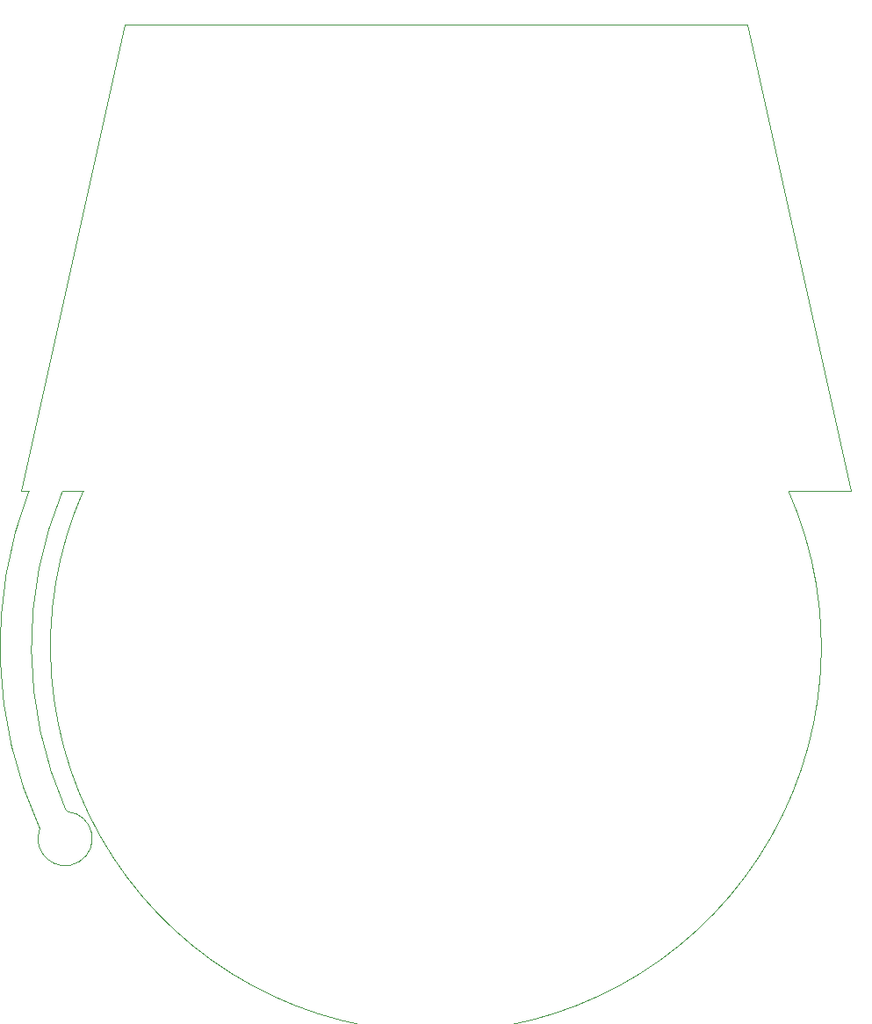
<source format=gbr>
%TF.GenerationSoftware,KiCad,Pcbnew,5.1.9*%
%TF.CreationDate,2021-02-19T00:33:09+01:00*%
%TF.ProjectId,klingel,6b6c696e-6765-46c2-9e6b-696361645f70,rev?*%
%TF.SameCoordinates,Original*%
%TF.FileFunction,Profile,NP*%
%FSLAX46Y46*%
G04 Gerber Fmt 4.6, Leading zero omitted, Abs format (unit mm)*
G04 Created by KiCad (PCBNEW 5.1.9) date 2021-02-19 00:33:09*
%MOMM*%
%LPD*%
G01*
G04 APERTURE LIST*
%TA.AperFunction,Profile*%
%ADD10C,0.050000*%
%TD*%
G04 APERTURE END LIST*
D10*
X64310078Y-115723532D02*
X64510000Y-115899995D01*
X64510000Y-115899996D02*
G75*
G02*
X61818675Y-117542773I-260000J-2600004D01*
G01*
X60750000Y-85000001D02*
X60000000Y-85000000D01*
X66000001Y-85000001D02*
X64000000Y-85000001D01*
X61818674Y-117542772D02*
G75*
G02*
X60750000Y-85000001I38181326J17542772D01*
G01*
X64310078Y-115723532D02*
G75*
G02*
X64000000Y-85000001I35689922J15723532D01*
G01*
X133999999Y-85000000D02*
G75*
G02*
X66000001Y-85000001I-33999999J-15000000D01*
G01*
X140000000Y-85000000D02*
X134000000Y-85000000D01*
X130000000Y-40005000D02*
X140000000Y-85000000D01*
X70000000Y-40000000D02*
X60000000Y-85000000D01*
X130000000Y-40000000D02*
X70000000Y-40000000D01*
M02*

</source>
